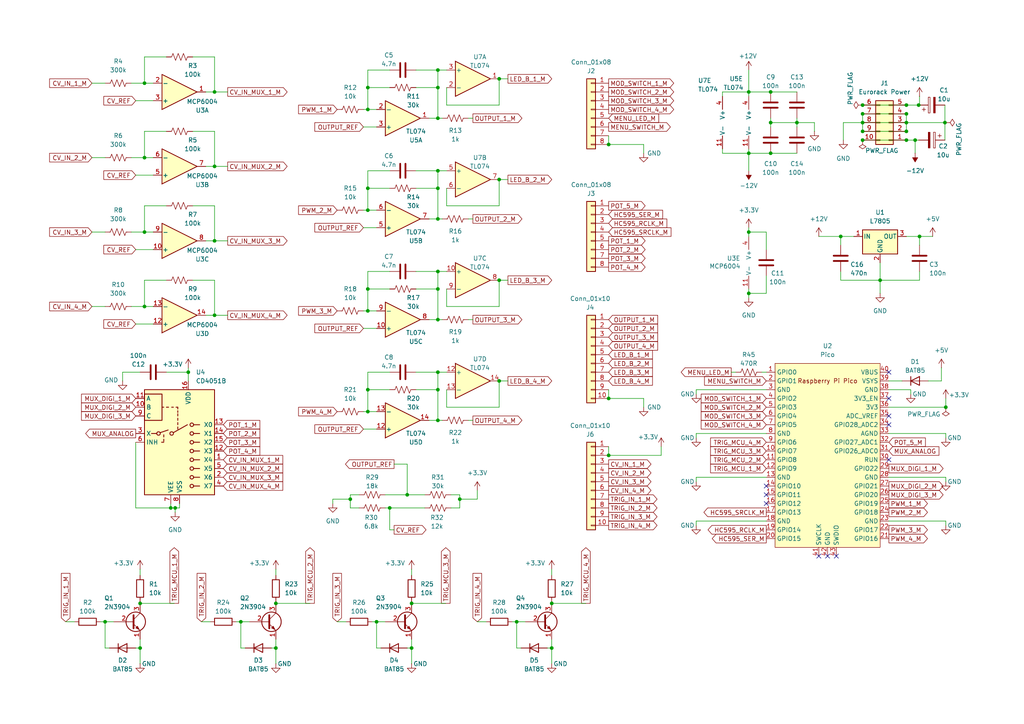
<source format=kicad_sch>
(kicad_sch (version 20231120) (generator "eeschema") (generator_version "8.0")
  (paper "A4")
  (junction (at 266.446 30.48))
  (junction (at 176.53 41.91))
  (junction (at 127 49.53))
  (junction (at 250.19 33.02))
  (junction (at 54.61 107.95))
  (junction (at 119.38 187.96))
  (junction (at 62.23 26.67))
  (junction (at 41.91 24.13))
  (junction (at 127 20.32))
  (junction (at 144.78 81.28))
  (junction (at 41.91 45.72))
  (junction (at 250.19 35.56))
  (junction (at 40.64 175.006))
  (junction (at 30.48 180.34))
  (junction (at 69.85 180.34))
  (junction (at 243.84 68.58))
  (junction (at 127 83.82))
  (junction (at 80.01 175.006))
  (junction (at 40.64 187.96))
  (junction (at 255.27 81.28))
  (junction (at 149.86 180.34))
  (junction (at 127 34.29))
  (junction (at 127 78.74))
  (junction (at 262.89 38.1))
  (junction (at 217.17 26.67))
  (junction (at 50.8 147.32))
  (junction (at 223.52 44.45))
  (junction (at 119.38 175.006))
  (junction (at 144.78 22.86))
  (junction (at 265.43 40.64))
  (junction (at 127 121.92))
  (junction (at 274.32 118.11))
  (junction (at 113.03 147.32))
  (junction (at 80.01 187.96))
  (junction (at 217.17 85.09))
  (junction (at 176.53 115.57))
  (junction (at 106.68 90.17))
  (junction (at 106.68 119.38))
  (junction (at 262.89 35.56))
  (junction (at 133.35 144.78))
  (junction (at 127 63.5))
  (junction (at 127 107.95))
  (junction (at 127 113.03))
  (junction (at 231.14 35.56))
  (junction (at 176.53 132.08))
  (junction (at 266.7 68.58))
  (junction (at 106.68 83.82))
  (junction (at 217.17 44.45))
  (junction (at 223.52 26.67))
  (junction (at 144.78 52.07))
  (junction (at 106.68 60.96))
  (junction (at 101.6 144.78))
  (junction (at 217.17 67.31))
  (junction (at 262.89 33.02))
  (junction (at 262.89 40.64))
  (junction (at 250.19 40.64))
  (junction (at 118.11 143.51))
  (junction (at 62.23 91.44))
  (junction (at 262.89 30.48))
  (junction (at 62.23 48.26))
  (junction (at 106.68 25.4))
  (junction (at 106.68 113.03))
  (junction (at 160.02 187.96))
  (junction (at 250.19 38.1))
  (junction (at 106.68 31.75))
  (junction (at 160.02 175.006))
  (junction (at 127 25.4))
  (junction (at 62.23 69.85))
  (junction (at 49.53 147.32))
  (junction (at 106.68 54.61))
  (junction (at 144.78 110.49))
  (junction (at 109.22 180.34))
  (junction (at 41.91 67.31))
  (junction (at 127 54.61))
  (junction (at 41.91 88.9))
  (junction (at 250.19 30.48))
  (junction (at 274.066 35.56))
  (junction (at 223.52 35.56))
  (junction (at 127 92.71))
  (no_connect (at 257.81 123.19))
  (no_connect (at 240.03 161.29))
  (no_connect (at 237.49 161.29))
  (no_connect (at 257.81 107.95))
  (no_connect (at 222.25 146.05))
  (no_connect (at 257.81 120.65))
  (no_connect (at 257.81 115.57))
  (no_connect (at 257.81 133.35))
  (no_connect (at 222.25 143.51))
  (no_connect (at 222.25 140.97))
  (no_connect (at 242.57 161.29))
  (wire (pts (xy 80.01 175.006) (xy 80.01 175.26)))
  (wire (pts (xy 257.81 118.11) (xy 274.32 118.11)))
  (wire (pts (xy 38.1 24.13) (xy 41.91 24.13)))
  (wire (pts (xy 149.86 180.086) (xy 149.86 180.34)))
  (wire (pts (xy 62.23 91.44) (xy 66.04 91.44)))
  (wire (pts (xy 201.93 125.73) (xy 222.25 125.73)))
  (wire (pts (xy 41.91 67.31) (xy 44.45 67.31)))
  (wire (pts (xy 124.46 92.71) (xy 127 92.71)))
  (wire (pts (xy 176.53 129.54) (xy 176.53 132.08)))
  (wire (pts (xy 217.17 44.45) (xy 223.52 44.45)))
  (wire (pts (xy 274.32 118.11) (xy 274.32 115.57)))
  (wire (pts (xy 129.54 83.82) (xy 129.54 88.9)))
  (wire (pts (xy 201.93 138.43) (xy 222.25 138.43)))
  (wire (pts (xy 29.21 180.34) (xy 30.48 180.34)))
  (wire (pts (xy 119.38 165.1) (xy 119.38 166.878)))
  (wire (pts (xy 160.02 175.006) (xy 160.02 175.26)))
  (wire (pts (xy 255.27 81.28) (xy 266.7 81.28)))
  (wire (pts (xy 52.07 147.32) (xy 52.07 146.05)))
  (wire (pts (xy 40.64 165.1) (xy 40.64 166.878)))
  (wire (pts (xy 96.52 146.05) (xy 96.52 144.78)))
  (wire (pts (xy 62.23 26.67) (xy 59.69 26.67)))
  (wire (pts (xy 274.32 139.7) (xy 274.32 138.43)))
  (wire (pts (xy 274.066 30.48) (xy 274.066 35.56)))
  (wire (pts (xy 133.35 143.51) (xy 133.35 144.78)))
  (wire (pts (xy 41.91 45.72) (xy 41.91 38.1)))
  (wire (pts (xy 223.52 35.56) (xy 231.14 35.56)))
  (wire (pts (xy 158.75 187.96) (xy 160.02 187.96)))
  (wire (pts (xy 58.42 180.34) (xy 60.96 180.34)))
  (wire (pts (xy 62.23 48.26) (xy 59.69 48.26)))
  (wire (pts (xy 120.65 20.32) (xy 127 20.32)))
  (wire (pts (xy 40.64 187.96) (xy 40.64 192.532)))
  (wire (pts (xy 54.61 106.68) (xy 54.61 107.95)))
  (wire (pts (xy 106.68 107.95) (xy 106.68 113.03)))
  (wire (pts (xy 264.16 114.3) (xy 264.16 113.03)))
  (wire (pts (xy 40.64 174.498) (xy 40.64 175.006)))
  (wire (pts (xy 39.37 50.8) (xy 44.45 50.8)))
  (wire (pts (xy 113.03 147.32) (xy 123.19 147.32)))
  (wire (pts (xy 105.41 95.25) (xy 109.22 95.25)))
  (wire (pts (xy 262.89 68.58) (xy 266.7 68.58)))
  (wire (pts (xy 113.03 107.95) (xy 106.68 107.95)))
  (wire (pts (xy 106.68 49.53) (xy 106.68 54.61)))
  (wire (pts (xy 120.65 25.4) (xy 127 25.4)))
  (wire (pts (xy 244.602 40.64) (xy 244.602 35.56)))
  (wire (pts (xy 26.67 88.9) (xy 30.48 88.9)))
  (wire (pts (xy 250.19 35.56) (xy 262.89 35.56)))
  (wire (pts (xy 244.602 35.56) (xy 250.19 35.56)))
  (wire (pts (xy 220.98 107.95) (xy 222.25 107.95)))
  (wire (pts (xy 41.91 88.9) (xy 44.45 88.9)))
  (wire (pts (xy 223.52 44.45) (xy 231.14 44.45)))
  (wire (pts (xy 119.38 175.006) (xy 119.38 175.26)))
  (wire (pts (xy 40.64 175.006) (xy 40.64 175.26)))
  (wire (pts (xy 49.53 146.05) (xy 49.53 147.32)))
  (wire (pts (xy 39.37 72.39) (xy 44.45 72.39)))
  (wire (pts (xy 266.7 68.58) (xy 270.51 68.58)))
  (wire (pts (xy 274.066 35.56) (xy 274.066 40.64)))
  (wire (pts (xy 266.7 27.94) (xy 266.7 30.48)))
  (wire (pts (xy 106.68 113.03) (xy 106.68 119.38)))
  (wire (pts (xy 30.48 180.086) (xy 30.48 180.34)))
  (wire (pts (xy 243.84 68.58) (xy 247.65 68.58)))
  (wire (pts (xy 217.17 67.31) (xy 217.17 68.58)))
  (wire (pts (xy 55.88 16.51) (xy 62.23 16.51)))
  (wire (pts (xy 62.23 38.1) (xy 62.23 48.26)))
  (wire (pts (xy 231.14 35.56) (xy 231.14 36.83)))
  (wire (pts (xy 107.95 180.34) (xy 109.22 180.34)))
  (wire (pts (xy 160.02 187.96) (xy 160.02 192.532)))
  (wire (pts (xy 191.77 129.54) (xy 191.77 132.08)))
  (wire (pts (xy 274.32 152.4) (xy 274.32 151.13)))
  (wire (pts (xy 262.89 35.56) (xy 274.066 35.56)))
  (wire (pts (xy 106.68 25.4) (xy 113.03 25.4)))
  (wire (pts (xy 106.68 60.96) (xy 109.22 60.96)))
  (wire (pts (xy 41.91 24.13) (xy 44.45 24.13)))
  (wire (pts (xy 62.23 59.69) (xy 62.23 69.85)))
  (wire (pts (xy 50.8 147.32) (xy 52.07 147.32)))
  (wire (pts (xy 137.16 121.92) (xy 135.89 121.92)))
  (wire (pts (xy 148.59 180.34) (xy 149.86 180.34)))
  (wire (pts (xy 38.1 88.9) (xy 41.91 88.9)))
  (wire (pts (xy 217.17 49.53) (xy 217.17 44.45)))
  (wire (pts (xy 133.35 144.78) (xy 133.35 147.32)))
  (wire (pts (xy 217.17 26.67) (xy 223.52 26.67)))
  (wire (pts (xy 250.19 30.48) (xy 262.89 30.48)))
  (wire (pts (xy 35.56 110.49) (xy 35.56 107.95)))
  (wire (pts (xy 127 54.61) (xy 127 63.5)))
  (wire (pts (xy 176.53 132.08) (xy 191.77 132.08)))
  (wire (pts (xy 223.52 26.67) (xy 231.14 26.67)))
  (wire (pts (xy 222.25 72.39) (xy 222.25 67.31)))
  (wire (pts (xy 186.69 41.91) (xy 176.53 41.91)))
  (wire (pts (xy 26.67 24.13) (xy 30.48 24.13)))
  (wire (pts (xy 89.916 175.006) (xy 80.01 175.006)))
  (wire (pts (xy 105.41 90.17) (xy 106.68 90.17)))
  (wire (pts (xy 62.23 69.85) (xy 59.69 69.85)))
  (wire (pts (xy 106.68 78.74) (xy 106.68 83.82)))
  (wire (pts (xy 104.14 147.32) (xy 101.6 147.32)))
  (wire (pts (xy 119.38 185.42) (xy 119.38 187.96)))
  (wire (pts (xy 262.89 30.48) (xy 266.446 30.48)))
  (wire (pts (xy 129.54 118.11) (xy 144.78 118.11)))
  (wire (pts (xy 262.89 35.56) (xy 262.89 33.02)))
  (wire (pts (xy 222.25 67.31) (xy 217.17 67.31)))
  (wire (pts (xy 62.23 16.51) (xy 62.23 26.67)))
  (wire (pts (xy 119.38 187.96) (xy 119.38 192.532)))
  (wire (pts (xy 114.3 153.67) (xy 113.03 153.67)))
  (wire (pts (xy 127 49.53) (xy 127 54.61)))
  (wire (pts (xy 160.02 165.1) (xy 160.02 166.878)))
  (wire (pts (xy 133.35 147.32) (xy 130.81 147.32)))
  (wire (pts (xy 41.91 88.9) (xy 41.91 81.28)))
  (wire (pts (xy 40.64 185.42) (xy 40.64 187.96)))
  (wire (pts (xy 129.54 88.9) (xy 144.78 88.9)))
  (wire (pts (xy 231.14 34.29) (xy 231.14 35.56)))
  (wire (pts (xy 266.446 40.64) (xy 265.43 40.64)))
  (wire (pts (xy 127 121.92) (xy 128.27 121.92)))
  (wire (pts (xy 144.78 30.48) (xy 144.78 22.86)))
  (wire (pts (xy 186.69 118.11) (xy 186.69 115.57)))
  (wire (pts (xy 39.37 29.21) (xy 44.45 29.21)))
  (wire (pts (xy 114.3 134.62) (xy 118.11 134.62)))
  (wire (pts (xy 255.27 81.28) (xy 255.27 85.09)))
  (wire (pts (xy 127 34.29) (xy 128.27 34.29)))
  (wire (pts (xy 106.68 113.03) (xy 113.03 113.03)))
  (wire (pts (xy 243.84 81.28) (xy 255.27 81.28)))
  (wire (pts (xy 50.8 148.59) (xy 50.8 147.32)))
  (wire (pts (xy 54.61 107.95) (xy 54.61 110.49)))
  (wire (pts (xy 105.41 124.46) (xy 109.22 124.46)))
  (wire (pts (xy 176.53 41.91) (xy 176.53 39.37)))
  (wire (pts (xy 149.86 187.96) (xy 151.13 187.96)))
  (wire (pts (xy 109.22 187.96) (xy 110.49 187.96)))
  (wire (pts (xy 111.76 143.51) (xy 118.11 143.51)))
  (wire (pts (xy 127 78.74) (xy 127 83.82)))
  (wire (pts (xy 266.7 78.74) (xy 266.7 81.28)))
  (wire (pts (xy 186.69 115.57) (xy 176.53 115.57)))
  (wire (pts (xy 127 107.95) (xy 129.54 107.95)))
  (wire (pts (xy 236.22 38.1) (xy 236.22 35.56)))
  (wire (pts (xy 80.01 165.1) (xy 80.01 166.878)))
  (wire (pts (xy 266.7 30.48) (xy 266.446 30.48)))
  (wire (pts (xy 120.65 78.74) (xy 127 78.74)))
  (wire (pts (xy 120.65 49.53) (xy 127 49.53)))
  (wire (pts (xy 261.62 110.49) (xy 257.81 110.49)))
  (wire (pts (xy 41.91 67.31) (xy 41.91 59.69)))
  (wire (pts (xy 38.1 67.31) (xy 41.91 67.31)))
  (wire (pts (xy 129.54 54.61) (xy 129.54 59.69)))
  (wire (pts (xy 62.23 48.26) (xy 66.04 48.26)))
  (wire (pts (xy 106.68 31.75) (xy 109.22 31.75)))
  (wire (pts (xy 26.67 45.72) (xy 30.48 45.72)))
  (wire (pts (xy 113.03 49.53) (xy 106.68 49.53)))
  (wire (pts (xy 109.22 180.34) (xy 111.76 180.34)))
  (wire (pts (xy 106.68 90.17) (xy 109.22 90.17)))
  (wire (pts (xy 106.68 25.4) (xy 106.68 31.75)))
  (wire (pts (xy 124.46 34.29) (xy 127 34.29)))
  (wire (pts (xy 223.52 35.56) (xy 223.52 36.83)))
  (wire (pts (xy 69.85 180.34) (xy 72.39 180.34)))
  (wire (pts (xy 113.03 20.32) (xy 106.68 20.32)))
  (wire (pts (xy 39.37 128.27) (xy 39.37 147.32)))
  (wire (pts (xy 127 20.32) (xy 127 25.4)))
  (wire (pts (xy 106.68 54.61) (xy 106.68 60.96)))
  (wire (pts (xy 41.91 24.13) (xy 41.91 16.51)))
  (wire (pts (xy 41.91 45.72) (xy 44.45 45.72)))
  (wire (pts (xy 176.53 115.57) (xy 176.53 113.03)))
  (wire (pts (xy 39.37 93.98) (xy 44.45 93.98)))
  (wire (pts (xy 201.93 139.7) (xy 201.93 138.43)))
  (wire (pts (xy 41.91 81.28) (xy 48.26 81.28)))
  (wire (pts (xy 262.89 38.1) (xy 262.89 35.56)))
  (wire (pts (xy 217.17 86.36) (xy 217.17 85.09)))
  (wire (pts (xy 265.43 40.64) (xy 265.43 44.45)))
  (wire (pts (xy 201.93 151.13) (xy 222.25 151.13)))
  (wire (pts (xy 118.11 187.96) (xy 119.38 187.96)))
  (wire (pts (xy 274.32 125.73) (xy 257.81 125.73)))
  (wire (pts (xy 127 49.53) (xy 129.54 49.53)))
  (wire (pts (xy 105.41 36.83) (xy 109.22 36.83)))
  (wire (pts (xy 222.25 85.09) (xy 217.17 85.09)))
  (wire (pts (xy 127 78.74) (xy 129.54 78.74)))
  (wire (pts (xy 250.19 33.02) (xy 250.19 35.56)))
  (wire (pts (xy 149.86 180.34) (xy 152.4 180.34)))
  (wire (pts (xy 217.17 85.09) (xy 217.17 83.82)))
  (wire (pts (xy 144.78 22.86) (xy 147.32 22.86)))
  (wire (pts (xy 62.23 81.28) (xy 62.23 91.44)))
  (wire (pts (xy 217.17 20.32) (xy 217.17 26.67)))
  (wire (pts (xy 274.32 127) (xy 274.32 125.73)))
  (wire (pts (xy 209.55 26.67) (xy 217.17 26.67)))
  (wire (pts (xy 160.02 174.498) (xy 160.02 175.006)))
  (wire (pts (xy 41.91 59.69) (xy 48.26 59.69)))
  (wire (pts (xy 250.19 35.56) (xy 250.19 38.1)))
  (wire (pts (xy 222.25 80.01) (xy 222.25 85.09)))
  (wire (pts (xy 209.55 43.18) (xy 209.55 44.45)))
  (wire (pts (xy 78.74 187.96) (xy 80.01 187.96)))
  (wire (pts (xy 26.67 67.31) (xy 30.48 67.31)))
  (wire (pts (xy 129.54 30.48) (xy 144.78 30.48)))
  (wire (pts (xy 105.41 31.75) (xy 106.68 31.75)))
  (wire (pts (xy 41.91 38.1) (xy 48.26 38.1)))
  (wire (pts (xy 55.88 59.69) (xy 62.23 59.69)))
  (wire (pts (xy 201.93 114.3) (xy 201.93 113.03)))
  (wire (pts (xy 30.48 187.96) (xy 31.75 187.96)))
  (wire (pts (xy 231.14 35.56) (xy 236.22 35.56)))
  (wire (pts (xy 48.26 107.95) (xy 54.61 107.95)))
  (wire (pts (xy 35.56 107.95) (xy 40.64 107.95)))
  (wire (pts (xy 137.16 92.71) (xy 135.89 92.71)))
  (wire (pts (xy 39.37 147.32) (xy 49.53 147.32)))
  (wire (pts (xy 217.17 66.04) (xy 217.17 67.31)))
  (wire (pts (xy 106.68 83.82) (xy 106.68 90.17)))
  (wire (pts (xy 105.41 66.04) (xy 109.22 66.04)))
  (wire (pts (xy 55.88 38.1) (xy 62.23 38.1)))
  (wire (pts (xy 160.02 185.42) (xy 160.02 187.96)))
  (wire (pts (xy 127 113.03) (xy 127 121.92)))
  (wire (pts (xy 201.93 152.4) (xy 201.93 151.13)))
  (wire (pts (xy 250.19 38.1) (xy 262.89 38.1)))
  (wire (pts (xy 39.37 187.96) (xy 40.64 187.96)))
  (wire (pts (xy 62.23 91.44) (xy 59.69 91.44)))
  (wire (pts (xy 109.22 180.086) (xy 109.22 180.34)))
  (wire (pts (xy 273.05 110.49) (xy 273.05 106.68)))
  (wire (pts (xy 69.85 180.34) (xy 69.85 187.96)))
  (wire (pts (xy 101.6 144.78) (xy 101.6 143.51)))
  (wire (pts (xy 127 83.82) (xy 127 92.71)))
  (wire (pts (xy 106.68 54.61) (xy 113.03 54.61)))
  (wire (pts (xy 120.65 113.03) (xy 127 113.03)))
  (wire (pts (xy 137.16 63.5) (xy 135.89 63.5)))
  (wire (pts (xy 144.78 81.28) (xy 147.32 81.28)))
  (wire (pts (xy 120.65 107.95) (xy 127 107.95)))
  (wire (pts (xy 223.52 34.29) (xy 223.52 35.56)))
  (wire (pts (xy 19.05 180.34) (xy 21.59 180.34)))
  (wire (pts (xy 129.54 113.03) (xy 129.54 118.11)))
  (wire (pts (xy 127 25.4) (xy 127 34.29)))
  (wire (pts (xy 209.55 27.94) (xy 209.55 26.67)))
  (wire (pts (xy 68.58 180.34) (xy 69.85 180.34)))
  (wire (pts (xy 101.6 147.32) (xy 101.6 144.78)))
  (wire (pts (xy 96.52 144.78) (xy 101.6 144.78)))
  (wire (pts (xy 62.23 26.67) (xy 66.04 26.67)))
  (wire (pts (xy 264.16 113.03) (xy 257.81 113.03)))
  (wire (pts (xy 30.48 180.34) (xy 33.02 180.34)))
  (wire (pts (xy 120.65 54.61) (xy 127 54.61)))
  (wire (pts (xy 62.23 69.85) (xy 66.04 69.85)))
  (wire (pts (xy 80.01 174.498) (xy 80.01 175.006)))
  (wire (pts (xy 274.32 138.43) (xy 257.81 138.43)))
  (wire (pts (xy 111.76 147.32) (xy 113.03 147.32)))
  (wire (pts (xy 129.54 59.69) (xy 144.78 59.69)))
  (wire (pts (xy 38.1 45.72) (xy 41.91 45.72)))
  (wire (pts (xy 237.49 68.58) (xy 243.84 68.58)))
  (wire (pts (xy 149.86 180.34) (xy 149.86 187.96)))
  (wire (pts (xy 269.24 110.49) (xy 273.05 110.49)))
  (wire (pts (xy 144.78 52.07) (xy 147.32 52.07)))
  (wire (pts (xy 138.43 142.24) (xy 138.43 144.78)))
  (wire (pts (xy 138.43 180.34) (xy 140.97 180.34)))
  (wire (pts (xy 144.78 110.49) (xy 147.32 110.49)))
  (wire (pts (xy 109.22 180.34) (xy 109.22 187.96)))
  (wire (pts (xy 69.85 187.96) (xy 71.12 187.96)))
  (wire (pts (xy 119.38 174.498) (xy 119.38 175.006)))
  (wire (pts (xy 201.93 113.03) (xy 222.25 113.03)))
  (wire (pts (xy 274.32 35.56) (xy 274.066 35.56)))
  (wire (pts (xy 130.81 143.51) (xy 133.35 143.51)))
  (wire (pts (xy 41.91 16.51) (xy 48.26 16.51)))
  (wire (pts (xy 213.36 107.95) (xy 212.09 107.95)))
  (wire (pts (xy 274.32 151.13) (xy 257.81 151.13)))
  (wire (pts (xy 106.68 119.38) (xy 109.22 119.38)))
  (wire (pts (xy 144.78 59.69) (xy 144.78 52.07)))
  (wire (pts (xy 243.84 78.74) (xy 243.84 81.28)))
  (wire (pts (xy 144.78 118.11) (xy 144.78 110.49)))
  (wire (pts (xy 106.68 83.82) (xy 113.03 83.82)))
  (wire (pts (xy 129.286 175.006) (xy 119.38 175.006)))
  (wire (pts (xy 186.69 44.45) (xy 186.69 41.91)))
  (wire (pts (xy 127 20.32) (xy 129.54 20.32)))
  (wire (pts (xy 243.84 68.58) (xy 243.84 71.12)))
  (wire (pts (xy 217.17 26.67) (xy 217.17 27.94)))
  (wire (pts (xy 137.16 34.29) (xy 135.89 34.29)))
  (wire (pts (xy 101.6 143.51) (xy 104.14 143.51)))
  (wire (pts (xy 50.546 175.006) (xy 40.64 175.006)))
  (wire (pts (xy 49.53 147.32) (xy 50.8 147.32)))
  (wire (pts (xy 217.17 44.45) (xy 217.17 43.18)))
  (wire (pts (xy 69.85 180.086) (xy 69.85 180.34)))
  (wire (pts (xy 118.11 143.51) (xy 123.19 143.51)))
  (wire (pts (xy 30.48 180.34) (xy 30.48 187.96)))
  (wire (pts (xy 113.03 153.67) (xy 113.03 147.32)))
  (wire (pts (xy 266.7 68.58) (xy 266.7 71.12)))
  (wire (pts (xy 105.41 60.96) (xy 106.68 60.96)))
  (wire (pts (xy 262.89 40.64) (xy 265.43 40.64)))
  (wire (pts (xy 97.79 180.34) (xy 100.33 180.34)))
  (wire (pts (xy 80.01 187.96) (xy 80.01 192.532)))
  (wire (pts (xy 138.43 144.78) (xy 133.35 144.78)))
  (wire (pts (xy 80.01 185.42) (xy 80.01 187.96)))
  (wire (pts (xy 127 63.5) (xy 128.27 63.5)))
  (wire (pts (xy 118.11 134.62) (xy 118.11 143.51)))
  (wire (pts (xy 55.88 81.28) (xy 62.23 81.28)))
  (wire (pts (xy 129.54 25.4) (xy 129.54 30.48)))
  (wire (pts (xy 201.93 127) (xy 201.93 125.73)))
  (wire (pts (xy 255.27 81.28) (xy 255.27 76.2)))
  (wire (pts (xy 124.46 121.92) (xy 127 121.92)))
  (wire (pts (xy 124.46 63.5) (xy 127 63.5)))
  (wire (pts (xy 250.19 33.02) (xy 262.89 33.02)))
  (wire (pts (xy 106.68 20.32) (xy 106.68 25.4)))
  (wire (pts (xy 250.19 40.64) (xy 262.89 40.64)))
  (wire (pts (xy 127 107.95) (xy 127 113.03)))
  (wire (pts (xy 169.926 175.006) (xy 160.02 175.006)))
  (wire (pts (xy 127 92.71) (xy 128.27 92.71)))
  (wire (pts (xy 120.65 83.82) (xy 127 83.82)))
  (wire (pts (xy 209.55 44.45) (xy 217.17 44.45)))
  (wire (pts (xy 105.41 119.38) (xy 106.68 119.38)))
  (wire (pts (xy 113.03 78.74) (xy 106.68 78.74)))
  (wire (pts (xy 144.78 88.9) (xy 144.78 81.28)))
  (global_label "POT_1_M" (shape input) (at 64.77 123.19 0) (property "Intersheetrefs" "${INTERSHEET_REFS}" (effects (hide yes))))
  (global_label "MUX_ANALOG" (shape output) (at 39.37 125.73 180) (property "Intersheetrefs" "${INTERSHEET_REFS}" (effects (hide yes))))
  (global_label "MENU_SWITCH_M" (shape input) (at 222.25 110.49 180) (property "Intersheetrefs" "${INTERSHEET_REFS}" (effects (hide yes))))
  (global_label "OUTPUT_3_M" (shape input) (at 176.53 97.79 0) (property "Intersheetrefs" "${INTERSHEET_REFS}" (effects (hide yes))))
  (global_label "PWM_2_M" (shape input) (at 97.79 60.96 180) (property "Intersheetrefs" "${INTERSHEET_REFS}" (effects (hide yes))))
  (global_label "MUX_DIGI_3_M" (shape output) (at 257.81 143.51 0) (property "Intersheetrefs" "${INTERSHEET_REFS}" (effects (hide yes))))
  (global_label "PWM_3_M" (shape input) (at 97.79 90.17 180) (property "Intersheetrefs" "${INTERSHEET_REFS}" (effects (hide yes))))
  (global_label "HC595_SER_M" (shape output) (at 222.25 156.21 180) (property "Intersheetrefs" "${INTERSHEET_REFS}" (effects (hide yes))))
  (global_label "HC595_RCLK_M" (shape output) (at 222.25 153.67 180) (property "Intersheetrefs" "${INTERSHEET_REFS}" (effects (hide yes))))
  (global_label "CV_REF" (shape input) (at 39.37 29.21 180) (property "Intersheetrefs" "${INTERSHEET_REFS}" (effects (hide yes))))
  (global_label "PWM_1_M" (shape output) (at 257.81 146.05 0) (property "Intersheetrefs" "${INTERSHEET_REFS}" (effects (hide yes))))
  (global_label "CV_REF" (shape input) (at 39.37 50.8 180) (property "Intersheetrefs" "${INTERSHEET_REFS}" (effects (hide yes))))
  (global_label "TRIG_IN_3_M" (shape output) (at 176.53 149.86 0) (property "Intersheetrefs" "${INTERSHEET_REFS}" (effects (hide yes))))
  (global_label "CV_IN_MUX_1_M" (shape input) (at 64.77 133.35 0) (property "Intersheetrefs" "${INTERSHEET_REFS}" (effects (hide yes))))
  (global_label "POT_1_M" (shape output) (at 176.53 69.85 0) (property "Intersheetrefs" "${INTERSHEET_REFS}" (effects (hide yes))))
  (global_label "MUX_DIGI_3_M" (shape input) (at 39.37 120.65 180) (property "Intersheetrefs" "${INTERSHEET_REFS}" (effects (hide yes))))
  (global_label "MENU_LED_M" (shape output) (at 212.09 107.95 180) (property "Intersheetrefs" "${INTERSHEET_REFS}" (effects (hide yes))))
  (global_label "OUTPUT_REF" (shape output) (at 114.3 134.62 180) (property "Intersheetrefs" "${INTERSHEET_REFS}" (effects (hide yes))))
  (global_label "MUX_DIGI_2_M" (shape input) (at 39.37 118.11 180) (property "Intersheetrefs" "${INTERSHEET_REFS}" (effects (hide yes))))
  (global_label "OUTPUT_2_M" (shape output) (at 137.16 63.5 0) (property "Intersheetrefs" "${INTERSHEET_REFS}" (effects (hide yes))))
  (global_label "PWM_4_M" (shape input) (at 97.79 119.38 180) (property "Intersheetrefs" "${INTERSHEET_REFS}" (effects (hide yes))))
  (global_label "TRIG_IN_1_M" (shape input) (at 19.05 180.34 90) (property "Intersheetrefs" "${INTERSHEET_REFS}" (effects (hide yes))))
  (global_label "MOD_SWITCH_4_M" (shape output) (at 176.53 31.75 0) (property "Intersheetrefs" "${INTERSHEET_REFS}" (effects (hide yes))))
  (global_label "LED_B_1_M" (shape input) (at 176.53 102.87 0) (property "Intersheetrefs" "${INTERSHEET_REFS}" (effects (hide yes))))
  (global_label "CV_IN_2_M" (shape output) (at 176.53 137.16 0) (property "Intersheetrefs" "${INTERSHEET_REFS}" (effects (hide yes))))
  (global_label "TRIG_IN_3_M" (shape input) (at 97.79 180.34 90) (property "Intersheetrefs" "${INTERSHEET_REFS}" (effects (hide yes))))
  (global_label "POT_4_M" (shape output) (at 176.53 77.47 0) (property "Intersheetrefs" "${INTERSHEET_REFS}" (effects (hide yes))))
  (global_label "PWM_4_M" (shape output) (at 257.81 156.21 0) (property "Intersheetrefs" "${INTERSHEET_REFS}" (effects (hide yes))))
  (global_label "TRIG_IN_2_M" (shape input) (at 58.42 180.34 90) (property "Intersheetrefs" "${INTERSHEET_REFS}" (effects (hide yes))))
  (global_label "CV_REF" (shape input) (at 39.37 72.39 180) (property "Intersheetrefs" "${INTERSHEET_REFS}" (effects (hide yes))))
  (global_label "MOD_SWITCH_1_M" (shape output) (at 176.53 24.13 0) (property "Intersheetrefs" "${INTERSHEET_REFS}" (effects (hide yes))))
  (global_label "OUTPUT_REF" (shape input) (at 105.41 124.46 180) (property "Intersheetrefs" "${INTERSHEET_REFS}" (effects (hide yes))))
  (global_label "LED_B_3_M" (shape input) (at 176.53 107.95 0) (property "Intersheetrefs" "${INTERSHEET_REFS}" (effects (hide yes))))
  (global_label "OUTPUT_REF" (shape input) (at 105.41 36.83 180) (property "Intersheetrefs" "${INTERSHEET_REFS}" (effects (hide yes))))
  (global_label "MOD_SWITCH_4_M" (shape input) (at 222.25 123.19 180) (property "Intersheetrefs" "${INTERSHEET_REFS}" (effects (hide yes))))
  (global_label "TRIG_IN_4_M" (shape output) (at 176.53 152.4 0) (property "Intersheetrefs" "${INTERSHEET_REFS}" (effects (hide yes))))
  (global_label "OUTPUT_3_M" (shape output) (at 137.16 92.71 0) (property "Intersheetrefs" "${INTERSHEET_REFS}" (effects (hide yes))))
  (global_label "OUTPUT_4_M" (shape output) (at 137.16 121.92 0) (property "Intersheetrefs" "${INTERSHEET_REFS}" (effects (hide yes))))
  (global_label "TRIG_MCU_1_M" (shape output) (at 50.546 175.006 90) (property "Intersheetrefs" "${INTERSHEET_REFS}" (effects (hide yes))))
  (global_label "MENU_LED_M" (shape input) (at 176.53 34.29 0) (property "Intersheetrefs" "${INTERSHEET_REFS}" (effects (hide yes))))
  (global_label "OUTPUT_REF" (shape input) (at 105.41 95.25 180) (property "Intersheetrefs" "${INTERSHEET_REFS}" (effects (hide yes))))
  (global_label "POT_4_M" (shape input) (at 64.77 130.81 0) (property "Intersheetrefs" "${INTERSHEET_REFS}" (effects (hide yes))))
  (global_label "CV_IN_3_M" (shape output) (at 176.53 139.7 0) (property "Intersheetrefs" "${INTERSHEET_REFS}" (effects (hide yes))))
  (global_label "MOD_SWITCH_3_M" (shape input) (at 222.25 120.65 180) (property "Intersheetrefs" "${INTERSHEET_REFS}" (effects (hide yes))))
  (global_label "MUX_DIGI_1_M" (shape input) (at 39.37 115.57 180) (property "Intersheetrefs" "${INTERSHEET_REFS}" (effects (hide yes))))
  (global_label "MOD_SWITCH_3_M" (shape output) (at 176.53 29.21 0) (property "Intersheetrefs" "${INTERSHEET_REFS}" (effects (hide yes))))
  (global_label "CV_IN_MUX_2_M" (shape input) (at 64.77 135.89 0) (property "Intersheetrefs" "${INTERSHEET_REFS}" (effects (hide yes))))
  (global_label "CV_IN_3_M" (shape input) (at 26.67 67.31 180) (property "Intersheetrefs" "${INTERSHEET_REFS}" (effects (hide yes))))
  (global_label "TRIG_IN_1_M" (shape output) (at 176.53 144.78 0) (property "Intersheetrefs" "${INTERSHEET_REFS}" (effects (hide yes))))
  (global_label "MUX_DIGI_1_M" (shape output) (at 257.81 135.89 0) (property "Intersheetrefs" "${INTERSHEET_REFS}" (effects (hide yes))))
  (global_label "OUTPUT_1_M" (shape input) (at 176.53 92.71 0) (property "Intersheetrefs" "${INTERSHEET_REFS}" (effects (hide yes))))
  (global_label "CV_REF" (shape output) (at 114.3 153.67 0) (property "Intersheetrefs" "${INTERSHEET_REFS}" (effects (hide yes))))
  (global_label "LED_B_4_M" (shape output) (at 147.32 110.49 0) (property "Intersheetrefs" "${INTERSHEET_REFS}" (effects (hide yes))))
  (global_label "CV_REF" (shape input) (at 39.37 93.98 180) (property "Intersheetrefs" "${INTERSHEET_REFS}" (effects (hide yes))))
  (global_label "TRIG_MCU_4_M" (shape input) (at 222.25 128.27 180) (property "Intersheetrefs" "${INTERSHEET_REFS}" (effects (hide yes))))
  (global_label "TRIG_MCU_3_M" (shape output) (at 129.286 175.006 90) (property "Intersheetrefs" "${INTERSHEET_REFS}" (effects (hide yes))))
  (global_label "CV_IN_4_M" (shape output) (at 176.53 142.24 0) (property "Intersheetrefs" "${INTERSHEET_REFS}" (effects (hide yes))))
  (global_label "MUX_ANALOG" (shape input) (at 257.81 130.81 0) (property "Intersheetrefs" "${INTERSHEET_REFS}" (effects (hide yes))))
  (global_label "OUTPUT_REF" (shape input) (at 105.41 66.04 180) (property "Intersheetrefs" "${INTERSHEET_REFS}" (effects (hide yes))))
  (global_label "PWM_1_M" (shape input) (at 97.79 31.75 180) (property "Intersheetrefs" "${INTERSHEET_REFS}" (effects (hide yes))))
  (global_label "CV_IN_MUX_3_M" (shape input) (at 64.77 138.43 0) (property "Intersheetrefs" "${INTERSHEET_REFS}" (effects (hide yes))))
  (global_label "PWM_2_M" (shape output) (at 257.81 148.59 0) (property "Intersheetrefs" "${INTERSHEET_REFS}" (effects (hide yes))))
  (global_label "OUTPUT_2_M" (shape input) (at 176.53 95.25 0) (property "Intersheetrefs" "${INTERSHEET_REFS}" (effects (hide yes))))
  (global_label "LED_B_3_M" (shape output) (at 147.32 81.28 0) (property "Intersheetrefs" "${INTERSHEET_REFS}" (effects (hide yes))))
  (global_label "HC595_SER_M" (shape input) (at 176.53 62.23 0) (property "Intersheetrefs" "${INTERSHEET_REFS}" (effects (hide yes))))
  (global_label "LED_B_2_M" (shape output) (at 147.32 52.07 0) (property "Intersheetrefs" "${INTERSHEET_REFS}" (effects (hide yes))))
  (global_label "POT_3_M" (shape input) (at 64.77 128.27 0) (property "Intersheetrefs" "${INTERSHEET_REFS}" (effects (hide yes))))
  (global_label "TRIG_MCU_3_M" (shape input) (at 222.25 130.81 180) (property "Intersheetrefs" "${INTERSHEET_REFS}" (effects (hide yes))))
  (global_label "LED_B_2_M" (shape input) (at 176.53 105.41 0) (property "Intersheetrefs" "${INTERSHEET_REFS}" (effects (hide yes))))
  (global_label "MENU_SWITCH_M" (shape output) (at 176.53 36.83 0) (property "Intersheetrefs" "${INTERSHEET_REFS}" (effects (hide yes))))
  (global_label "CV_IN_MUX_3_M" (shape output) (at 66.04 69.85 0) (property "Intersheetrefs" "${INTERSHEET_REFS}" (effects (hide yes))))
  (global_label "CV_IN_MUX_2_M" (shape output) (at 66.04 48.26 0) (property "Intersheetrefs" "${INTERSHEET_REFS}" (effects (hide yes))))
  (global_label "CV_IN_1_M" (shape output) (at 176.53 134.62 0) (property "Intersheetrefs" "${INTERSHEET_REFS}" (effects (hide yes))))
  (global_label "MOD_SWITCH_1_M" (shape input) (at 222.25 115.57 180) (property "Intersheetrefs" "${INTERSHEET_REFS}" (effects (hide yes))))
  (global_label "HC595_RCLK_M" (shape input) (at 176.53 64.77 0) (property "Intersheetrefs" "${INTERSHEET_REFS}" (effects (hide yes))))
  (global_label "LED_B_4_M" (shape input) (at 176.53 110.49 0) (property "Intersheetrefs" "${INTERSHEET_REFS}" (effects (hide yes))))
  (global_label "PWM_3_M" (shape output) (at 257.81 153.67 0) (property "Intersheetrefs" "${INTERSHEET_REFS}" (effects (hide yes))))
  (global_label "POT_2_M" (shape input) (at 64.77 125.73 0) (property "Intersheetrefs" "${INTERSHEET_REFS}" (effects (hide yes))))
  (global_label "POT_3_M" (shape output) (at 176.53 74.93 0) (property "Intersheetrefs" "${INTERSHEET_REFS}" (effects (hide yes))))
  (global_label "LED_B_1_M" (shape output) (at 147.32 22.86 0) (property "Intersheetrefs" "${INTERSHEET_REFS}" (effects (hide yes))))
  (global_label "TRIG_MCU_1_M" (shape input) (at 222.25 135.89 180) (property "Intersheetrefs" "${INTERSHEET_REFS}" (effects (hide yes))))
  (global_label "MOD_SWITCH_2_M" (shape output) (at 176.53 26.67 0) (property "Intersheetrefs" "${INTERSHEET_REFS}" (effects (hide yes))))
  (global_label "POT_2_M" (shape output) (at 176.53 72.39 0) (property "Intersheetrefs" "${INTERSHEET_REFS}" (effects (hide yes))))
  (global_label "TRIG_IN_2_M" (shape output) (at 176.53 147.32 0) (property "Intersheetrefs" "${INTERSHEET_REFS}" (effects (hide yes))))
  (global_label "POT_5_M" (shape output) (at 176.53 59.69 0) (property "Intersheetrefs" "${INTERSHEET_REFS}" (effects (hide yes))))
  (global_label "MUX_DIGI_2_M" (shape output) (at 257.81 140.97 0) (property "Intersheetrefs" "${INTERSHEET_REFS}" (effects (hide yes))))
  (global_label "CV_IN_MUX_4_M" (shape input) (at 64.77 140.97 0) (property "Intersheetrefs" "${INTERSHEET_REFS}" (effects (hide yes))))
  (global_label "TRIG_MCU_2_M" (shape input) (at 222.25 133.35 180) (property "Intersheetrefs" "${INTERSHEET_REFS}" (effects (hide yes))))
  (global_label "HC595_SRCLK_M" (shape output) (at 222.25 148.59 180) (property "Intersheetrefs" "${INTERSHEET_REFS}" (effects (hide yes))))
  (global_label "OUTPUT_4_M" (shape input) (at 176.53 100.33 0) (property "Intersheetrefs" "${INTERSHEET_REFS}" (effects (hide yes))))
  (global_label "CV_IN_MUX_1_M" (shape output) (at 66.04 26.67 0) (property "Intersheetrefs" "${INTERSHEET_REFS}" (effects (hide yes))))
  (global_label "HC595_SRCLK_M" (shape input) (at 176.53 67.31 0) (property "Intersheetrefs" "${INTERSHEET_REFS}" (effects (hide yes))))
  (global_label "TRIG_MCU_4_M" (shape output) (at 169.926 175.006 90) (property "Intersheetrefs" "${INTERSHEET_REFS}" (effects (hide yes))))
  (global_label "TRIG_MCU_2_M" (shape output) (at 89.916 175.006 90) (property "Intersheetrefs" "${INTERSHEET_REFS}" (effects (hide yes))))
  (global_label "MOD_SWITCH_2_M" (shape input) (at 222.25 118.11 180) (property "Intersheetrefs" "${INTERSHEET_REFS}" (effects (hide yes))))
  (global_label "POT_5_M" (shape input) (at 257.81 128.27 0) (property "Intersheetrefs" "${INTERSHEET_REFS}" (effects (hide yes))))
  (global_label "CV_IN_4_M" (shape input) (at 26.67 88.9 180) (property "Intersheetrefs" "${INTERSHEET_REFS}" (effects (hide yes))))
  (global_label "CV_IN_MUX_4_M" (shape output) (at 66.04 91.44 0) (property "Intersheetrefs" "${INTERSHEET_REFS}" (effects (hide yes))))
  (global_label "CV_IN_1_M" (shape input) (at 26.67 24.13 180) (property "Intersheetrefs" "${INTERSHEET_REFS}" (effects (hide yes))))
  (global_label "TRIG_IN_4_M" (shape input) (at 138.43 180.34 90) (property "Intersheetrefs" "${INTERSHEET_REFS}" (effects (hide yes))))
  (global_label "CV_IN_2_M" (shape input) (at 26.67 45.72 180) (property "Intersheetrefs" "${INTERSHEET_REFS}" (effects (hide yes))))
  (global_label "OUTPUT_1_M" (shape output) (at 137.16 34.29 0) (property "Intersheetrefs" "${INTERSHEET_REFS}" (effects (hide yes))))
  (symbol (lib_name "GND_1") (lib_id "power:GND") (at 201.93 127 0) (mirror y) (unit 1)
    (property "Reference" "#PWR010" (effects (hide yes)))
    (property "Value" "GND" (at 199.39 127 0))
    (property "Description" "Power symbol creates a global label with name \"GND\" , ground" (effects (hide yes)))
  )
  (symbol (lib_id "Device:R") (at 144.78 180.34 90) (unit 1)
    (property "Reference" "R28" (at 144.78 174.752 90))
    (property "Value" "100k" (at 144.78 177.292 90))
    (property "Footprint" "Resistor_THT:R_Axial_DIN0207_L6.3mm_D2.5mm_P7.62mm_Horizontal" (effects (hide yes)))
  )
  (symbol (lib_id "Device:R_US") (at 52.07 81.28 90) (unit 1)
    (property "Reference" "R9" (at 55.88 83.82 90))
    (property "Value" "100k" (at 55.88 86.36 90))
    (property "Footprint" "Resistor_THT:R_Axial_DIN0207_L6.3mm_D2.5mm_P7.62mm_Horizontal" (effects (hide yes)))
    (property "Description" "Resistor, US symbol" (effects (hide yes)))
  )
  (symbol (lib_name "PWR_FLAG_3") (lib_id "power:PWR_FLAG") (at 250.19 30.48 90) (unit 1)
    (property "Reference" "#FLG01" (effects (hide yes)))
    (property "Value" "PWR_FLAG" (at 246.634 30.48 0) (effects (justify left)))
    (property "Description" "Special symbol for telling ERC where power comes from" (effects (hide yes)))
  )
  (symbol (lib_id "Connector_Generic:Conn_01x10") (at 171.45 139.7 0) (mirror y) (unit 1)
    (property "Reference" "J6" (at 171.196 125.984 0))
    (property "Value" "Conn_01x10" (at 171.196 123.444 0))
    (property "Footprint" "Connector_PinSocket_2.54mm:PinSocket_1x10_P2.54mm_Vertical" (effects (hide yes)))
    (property "Description" "Generic connector, single row, 01x10, script generated (kicad-library-utils/schlib/autogen/connector/)" (effects (hide yes)))
  )
  (symbol (lib_id "Device:C_Polarized") (at 270.256 40.64 270) (unit 1)
    (property "Reference" "C2" (at 273.558 42.418 90))
    (property "Value" "10u" (at 273.558 44.958 90))
    (property "Footprint" "Capacitor_THT:CP_Radial_D5.0mm_P2.50mm" (effects (hide yes)))
  )
  (symbol (lib_name "+3.3V_1") (lib_id "power:+3.3V") (at 54.61 106.68 0) (unit 1)
    (property "Reference" "#PWR025" (effects (hide yes)))
    (property "Value" "+3.3V" (at 50.038 105.664 0))
    (property "Description" "Power symbol creates a global label with name \"+3.3V\"" (effects (hide yes)))
  )
  (symbol (lib_id "Device:R_US") (at 132.08 92.71 90) (unit 1)
    (property "Reference" "R19" (at 132.08 96.266 90))
    (property "Value" "1k" (at 132.08 98.806 90))
    (property "Footprint" "Resistor_THT:R_Axial_DIN0207_L6.3mm_D2.5mm_P7.62mm_Horizontal" (effects (hide yes)))
    (property "Description" "Resistor, US symbol" (effects (hide yes)))
  )
  (symbol (lib_id "Transistor_BJT:2N3904") (at 77.47 180.34 0) (unit 1)
    (property "Reference" "Q2" (at 69.596 173.482 0) (effects (justify left)))
    (property "Value" "2N3904" (at 69.596 176.022 0) (effects (justify left)))
    (property "Footprint" "Package_TO_SOT_THT:TO-92L_Inline_Wide" (effects (hide yes)))
    (property "Datasheet" "https://www.onsemi.com/pub/Collateral/2N3903-D.PDF" (effects (hide yes)))
  )
  (symbol (lib_name "+3.3V_3") (lib_id "power:+3.3V") (at 217.17 66.04 0) (unit 1)
    (property "Reference" "#PWR032" (effects (hide yes)))
    (property "Value" "+3.3V" (at 217.17 60.96 0))
    (property "Description" "Power symbol creates a global label with name \"+3.3V\"" (effects (hide yes)))
  )
  (symbol (lib_name "GND_1") (lib_id "power:GND") (at 264.16 114.3 0) (unit 1)
    (property "Reference" "#PWR08" (effects (hide yes)))
    (property "Value" "GND" (at 266.7 114.3 0))
    (property "Description" "Power symbol creates a global label with name \"GND\" , ground" (effects (hide yes)))
  )
  (symbol (lib_name "GND_1") (lib_id "power:GND") (at 201.93 114.3 0) (mirror y) (unit 1)
    (property "Reference" "#PWR07" (effects (hide yes)))
    (property "Value" "GND" (at 199.39 114.3 0))
    (property "Description" "Power symbol creates a global label with name \"GND\" , ground" (effects (hide yes)))
  )
  (symbol (lib_id "Device:R_US") (at 101.6 60.96 90) (unit 1)
    (property "Reference" "R15" (at 101.6 54.61 90))
    (property "Value" "10k" (at 101.6 57.15 90))
    (property "Footprint" "Resistor_THT:R_Axial_DIN0207_L6.3mm_D2.5mm_P7.62mm_Horizontal" (effects (hide yes)))
    (property "Description" "Resistor, US symbol" (effects (hide yes)))
  )
  (symbol (lib_name "GND_5") (lib_id "power:GND") (at 217.17 86.36 0) (unit 1)
    (property "Reference" "#PWR031" (effects (hide yes)))
    (property "Value" "GND" (at 217.17 91.44 0))
    (property "Description" "Power symbol creates a global label with name \"GND\" , ground" (effects (hide yes)))
  )
  (symbol (lib_id "Device:R") (at 104.14 180.34 90) (unit 1)
    (property "Reference" "R26" (at 104.14 174.752 90))
    (property "Value" "100k" (at 104.14 177.292 90))
    (property "Footprint" "Resistor_THT:R_Axial_DIN0207_L6.3mm_D2.5mm_P7.62mm_Horizontal" (effects (hide yes)))
  )
  (symbol (lib_id "Transistor_BJT:2N3904") (at 116.84 180.34 0) (unit 1)
    (property "Reference" "Q3" (at 108.966 173.482 0) (effects (justify left)))
    (property "Value" "2N3904" (at 108.966 176.022 0) (effects (justify left)))
    (property "Footprint" "Package_TO_SOT_THT:TO-92L_Inline_Wide" (effects (hide yes)))
    (property "Datasheet" "https://www.onsemi.com/pub/Collateral/2N3903-D.PDF" (effects (hide yes)))
  )
  (symbol (lib_id "Device:C") (at 231.14 40.64 0) (unit 1)
    (property "Reference" "C14" (at 231.14 47.498 0))
    (property "Value" "100n" (at 231.14 50.038 0))
    (property "Footprint" "Capacitor_THT:C_Disc_D5.0mm_W2.5mm_P5.00mm" (effects (hide yes)))
    (property "Description" "Unpolarized capacitor" (effects (hide yes)))
  )
  (symbol (lib_name "GND_6") (lib_id "power:GND") (at 35.56 110.49 0) (unit 1)
    (property "Reference" "#PWR033" (effects (hide yes)))
    (property "Value" "GND" (at 32.258 110.236 0))
    (property "Description" "Power symbol creates a global label with name \"GND\" , ground" (effects (hide yes)))
  )
  (symbol (lib_id "Amplifier_Operational:TL074") (at 137.16 110.49 0) (unit 4)
    (property "Reference" "U7" (at 139.192 104.14 0))
    (property "Value" "TL074" (at 139.192 106.68 0))
    (property "Footprint" "Package_DIP:DIP-14_W7.62mm_Socket" (effects (hide yes)))
    (property "Datasheet" "http://www.ti.com/lit/ds/symlink/tl071.pdf" (effects (hide yes)))
    (property "Description" "Quad Low-Noise JFET-Input Operational Amplifiers, DIP-14/SOIC-14" (effects (hide yes)))
  )
  (symbol (lib_id "Device:C") (at 116.84 20.32 90) (unit 1)
    (property "Reference" "C5" (at 112.776 16.002 90))
    (property "Value" "4.7n" (at 112.776 18.542 90))
    (property "Footprint" "Capacitor_THT:C_Disc_D5.0mm_W2.5mm_P5.00mm" (effects (hide yes)))
    (property "Description" "Unpolarized capacitor" (effects (hide yes)))
  )
  (symbol (lib_id "Device:R") (at 40.64 170.688 0) (unit 1)
    (property "Reference" "R1" (at 43.18 169.418 0) (effects (justify left)))
    (property "Value" "10k" (at 43.18 171.958 0) (effects (justify left)))
    (property "Footprint" "Resistor_THT:R_Axial_DIN0207_L6.3mm_D2.5mm_P7.62mm_Horizontal" (effects (hide yes)))
  )
  (symbol (lib_id "Device:R_US") (at 34.29 67.31 90) (unit 1)
    (property "Reference" "R8" (at 34.29 60.96 90))
    (property "Value" "300k" (at 34.29 63.5 90))
    (property "Footprint" "Resistor_THT:R_Axial_DIN0207_L6.3mm_D2.5mm_P7.62mm_Horizontal" (effects (hide yes)))
    (property "Description" "Resistor, US symbol" (effects (hide yes)))
  )
  (symbol (lib_id "Regulator_Linear:L7805") (at 255.27 68.58 0) (unit 1)
    (property "Reference" "U1" (at 255.27 61.595 0))
    (property "Value" "L7805" (at 255.27 64.135 0))
    (property "Footprint" "Package_TO_SOT_THT:TO-220-3_Vertical" (effects (hide yes)))
    (property "Datasheet" "http://www.st.com/content/ccc/resource/technical/document/datasheet/41/4f/b3/b0/12/d4/47/88/CD00000444.pdf/files/CD00000444.pdf/jcr:content/translations/en.CD00000444.pdf" (effects (hide yes)))
  )
  (symbol (lib_id "Device:C") (at 231.14 30.48 0) (unit 1)
    (property "Reference" "C13" (at 231.14 22.352 0))
    (property "Value" "100n" (at 231.14 24.892 0))
    (property "Footprint" "Capacitor_THT:C_Disc_D5.0mm_W2.5mm_P5.00mm" (effects (hide yes)))
    (property "Description" "Unpolarized capacitor" (effects (hide yes)))
  )
  (symbol (lib_id "power:+5V") (at 270.51 68.58 0) (unit 1)
    (property "Reference" "#PWR05" (effects (hide yes)))
    (property "Value" "+5V" (at 270.51 63.5 0))
    (property "Description" "Power symbol creates a global label with name \"+5V\"" (effects (hide yes)))
  )
  (symbol (lib_name "PWR_FLAG_1") (lib_id "power:PWR_FLAG") (at 274.32 118.11 180) (unit 1)
    (property "Reference" "#FLG04" (effects (hide yes)))
    (property "Value" "PWR_FLAG" (at 267.97 120.142 0))
    (property "Description" "Special symbol for telling ERC where power comes from" (effects (hide yes)))
  )
  (symbol (lib_id "Device:R_US") (at 116.84 83.82 90) (unit 1)
    (property "Reference" "R17" (at 119.888 86.36 90))
    (property "Value" "30k" (at 119.888 88.9 90))
    (property "Footprint" "Resistor_THT:R_Axial_DIN0207_L6.3mm_D2.5mm_P7.62mm_Horizontal" (effects (hide yes)))
    (property "Description" "Resistor, US symbol" (effects (hide yes)))
  )
  (symbol (lib_id "MCU_RaspberryPi_and_Boards:Pico") (at 240.03 132.08 0) (unit 1)
    (property "Reference" "U2" (at 240.03 100.33 0))
    (property "Value" "Pico" (at 240.03 102.87 0))
    (property "Footprint" "MCU_RaspberryPi_and_Boards:RPi_Pico_SMD_TH" (effects (hide yes)))
  )
  (symbol (lib_id "Connector_Generic:Conn_01x08") (at 171.45 67.31 0) (mirror y) (unit 1)
    (property "Reference" "J3" (at 171.45 56.134 0))
    (property "Value" "Conn_01x08" (at 171.45 53.594 0))
    (property "Footprint" "Connector_PinSocket_2.54mm:PinSocket_1x08_P2.54mm_Vertical" (effects (hide yes)))
    (property "Description" "Generic connector, single row, 01x08, script generated (kicad-library-utils/schlib/autogen/connector/)" (effects (hide yes)))
  )
  (symbol (lib_id "Amplifier_Operational:TL074") (at 116.84 92.71 0) (mirror x) (unit 3)
    (property "Reference" "U5" (at 120.65 99.06 0))
    (property "Value" "TL074" (at 120.65 96.52 0))
    (property "Footprint" "Package_DIP:DIP-14_W7.62mm_Socket" (effects (hide yes)))
    (property "Datasheet" "http://www.ti.com/lit/ds/symlink/tl071.pdf" (effects (hide yes)))
    (property "Description" "Quad Low-Noise JFET-Input Operational Amplifiers, DIP-14/SOIC-14" (effects (hide yes)))
  )
  (symbol (lib_id "Device:C") (at 44.45 107.95 90) (unit 1)
    (property "Reference" "C12" (at 40.132 105.664 90))
    (property "Value" "100n" (at 40.132 103.124 90))
    (property "Footprint" "Capacitor_THT:C_Disc_D5.0mm_W2.5mm_P5.00mm" (effects (hide yes)))
    (property "Description" "Unpolarized capacitor" (effects (hide yes)))
  )
  (symbol (lib_id "Amplifier_Operational:MCP6004") (at 52.07 69.85 0) (mirror x) (unit 3)
    (property "Reference" "U3" (at 58.674 75.184 0))
    (property "Value" "MCP6004" (at 58.674 72.644 0))
    (property "Footprint" "Package_DIP:DIP-14_W7.62mm_Socket" (effects (hide yes)))
    (property "Datasheet" "http://ww1.microchip.com/downloads/en/DeviceDoc/21733j.pdf" (effects (hide yes)))
    (property "Description" "1MHz, Low-Power Op Amp, DIP-14/SOIC-14/TSSOP-14" (effects (hide yes)))
  )
  (symbol (lib_id "Device:R_US") (at 107.95 147.32 270) (unit 1)
    (property "Reference" "R30" (at 107.696 150.114 90))
    (property "Value" "6.8k" (at 107.696 152.654 90))
    (property "Footprint" "Resistor_THT:R_Axial_DIN0207_L6.3mm_D2.5mm_P7.62mm_Horizontal" (effects (hide yes)))
    (property "Description" "Resistor, US symbol" (effects (hide yes)))
  )
  (symbol (lib_id "Amplifier_Operational:MCP6004") (at 52.07 91.44 0) (mirror x) (unit 4)
    (property "Reference" "U3" (at 58.674 96.774 0))
    (property "Value" "MCP6004" (at 58.674 94.234 0))
    (property "Footprint" "Package_DIP:DIP-14_W7.62mm_Socket" (effects (hide yes)))
    (property "Datasheet" "http://ww1.microchip.com/downloads/en/DeviceDoc/21733j.pdf" (effects (hide yes)))
    (property "Description" "1MHz, Low-Power Op Amp, DIP-14/SOIC-14/TSSOP-14" (effects (hide yes)))
  )
  (symbol (lib_id "Amplifier_Operational:TL074") (at 137.16 81.28 0) (unit 3)
    (property "Reference" "U7" (at 139.192 74.93 0))
    (property "Value" "TL074" (at 139.192 77.47 0))
    (property "Footprint" "Package_DIP:DIP-14_W7.62mm_Socket" (effects (hide yes)))
    (property "Datasheet" "http://www.ti.com/lit/ds/symlink/tl071.pdf" (effects (hide yes)))
    (property "Description" "Quad Low-Noise JFET-Input Operational Amplifiers, DIP-14/SOIC-14" (effects (hide yes)))
  )
  (symbol (lib_name "+12V_2") (lib_id "power:+12V") (at 266.7 27.94 0) (unit 1)
    (property "Reference" "#PWR01" (effects (hide yes)))
    (property "Value" "+12V" (at 266.7 22.86 0))
    (property "Description" "Power symbol creates a global label with name \"+12V\"" (effects (hide yes)))
  )
  (symbol (lib_name "GND_7") (lib_id "power:GND") (at 186.69 118.11 0) (unit 1)
    (property "Reference" "#PWR09" (effects (hide yes)))
    (property "Value" "GND" (at 189.738 118.11 0))
    (property "Description" "Power symbol creates a global label with name \"GND\" , ground" (effects (hide yes)))
  )
  (symbol (lib_id "Device:R_US") (at 132.08 34.29 90) (unit 1)
    (property "Reference" "R13" (at 132.08 37.846 90))
    (property "Value" "1k" (at 132.08 40.386 90))
    (property "Footprint" "Resistor_THT:R_Axial_DIN0207_L6.3mm_D2.5mm_P7.62mm_Horizontal" (effects (hide yes)))
    (property "Description" "Resistor, US symbol" (effects (hide yes)))
  )
  (symbol (lib_id "Device:C") (at 116.84 78.74 90) (unit 1)
    (property "Reference" "C7" (at 112.776 74.422 90))
    (property "Value" "4.7n" (at 112.776 76.962 90))
    (property "Footprint" "Capacitor_THT:C_Disc_D5.0mm_W2.5mm_P5.00mm" (effects (hide yes)))
    (property "Description" "Unpolarized capacitor" (effects (hide yes)))
  )
  (symbol (lib_id "Device:R_US") (at 34.29 45.72 90) (unit 1)
    (property "Reference" "R6" (at 34.29 39.37 90))
    (property "Value" "300k" (at 34.29 41.91 90))
    (property "Footprint" "Resistor_THT:R_Axial_DIN0207_L6.3mm_D2.5mm_P7.62mm_Horizontal" (effects (hide yes)))
    (property "Description" "Resistor, US symbol" (effects (hide yes)))
  )
  (symbol (lib_name "+3.3V_5") (lib_id "power:+3.3V") (at 274.32 115.57 0) (unit 1)
    (property "Reference" "#PWR038" (effects (hide yes)))
    (property "Value" "+3.3V" (at 278.13 114.554 0))
    (property "Description" "Power symbol creates a global label with name \"+3.3V\"" (effects (hide yes)))
  )
  (symbol (lib_name "+3.3V_2") (lib_id "power:+3.3V") (at 138.43 142.24 0) (unit 1)
    (property "Reference" "#PWR026" (effects (hide yes)))
    (property "Value" "+3.3V" (at 138.43 137.16 0))
    (property "Description" "Power symbol creates a global label with name \"+3.3V\"" (effects (hide yes)))
  )
  (symbol (lib_name "GND_11") (lib_id "power:GND") (at 119.38 192.532 0) (unit 1)
    (property "Reference" "#PWR021" (effects (hide yes)))
    (property "Value" "GND" (at 121.92 192.532 0))
    (property "Description" "Power symbol creates a global label with name \"GND\" , ground" (effects (hide yes)))
  )
  (symbol (lib_id "Amplifier_Operational:TL074") (at 219.71 35.56 0) (unit 5)
    (property "Reference" "U5" (at 211.582 22.86 0) (effects (justify left)))
    (property "Value" "TL074" (at 209.804 25.4 0) (effects (justify left)))
    (property "Footprint" "Package_DIP:DIP-14_W7.62mm_Socket" (effects (hide yes)))
    (property "Datasheet" "http://www.ti.com/lit/ds/symlink/tl071.pdf" (effects (hide yes)))
    (property "Description" "Quad Low-Noise JFET-Input Operational Amplifiers, DIP-14/SOIC-14" (effects (hide yes)))
  )
  (symbol (lib_id "power:PWR_FLAG") (at 250.19 40.64 180) (unit 1)
    (property "Reference" "#FLG03" (effects (hide yes)))
    (property "Value" "PWR_FLAG" (at 255.778 43.688 0))
    (property "Description" "Special symbol for telling ERC where power comes from" (effects (hide yes)))
  )
  (symbol (lib_name "GND_4") (lib_id "power:GND") (at 236.22 38.1 0) (unit 1)
    (property "Reference" "#PWR030" (effects (hide yes)))
    (property "Value" "GND" (at 236.22 43.18 0))
    (property "Description" "Power symbol creates a global label with name \"GND\" , ground" (effects (hide yes)))
  )
  (symbol (lib_name "GND_3") (lib_id "power:GND") (at 96.52 146.05 0) (unit 1)
    (property "Reference" "#PWR027" (effects (hide yes)))
    (property "Value" "GND" (at 96.52 151.13 0))
    (property "Description" "Power symbol creates a global label with name \"GND\" , ground" (effects (hide yes)))
  )
  (symbol (lib_id "power:+3.3V") (at 40.64 165.1 0) (unit 1)
    (property "Reference" "#PWR016" (effects (hide yes)))
    (property "Value" "+3.3V" (at 35.814 163.322 0))
    (property "Description" "Power symbol creates a global label with name \"+3.3V\"" (effects (hide yes)))
  )
  (symbol (lib_id "Device:C_Polarized") (at 270.256 30.48 90) (unit 1)
    (property "Reference" "C1" (at 273.812 26.162 90))
    (property "Value" "10u" (at 273.812 28.702 90))
    (property "Footprint" "Capacitor_THT:CP_Radial_D5.0mm_P2.50mm" (effects (hide yes)))
  )
  (symbol (lib_id "Device:R") (at 119.38 170.688 0) (unit 1)
    (property "Reference" "R25" (at 121.92 169.418 0) (effects (justify left)))
    (property "Value" "10k" (at 121.92 171.958 0) (effects (justify left)))
    (property "Footprint" "Resistor_THT:R_Axial_DIN0207_L6.3mm_D2.5mm_P7.62mm_Horizontal" (effects (hide yes)))
  )
  (symbol (lib_id "Transistor_BJT:2N3904") (at 38.1 180.34 0) (unit 1)
    (property "Reference" "Q1" (at 30.226 173.482 0) (effects (justify left)))
    (property "Value" "2N3904" (at 30.226 176.022 0) (effects (justify left)))
    (property "Footprint" "Package_TO_SOT_THT:TO-92L_Inline_Wide" (effects (hide yes)))
    (property "Datasheet" "https://www.onsemi.com/pub/Collateral/2N3903-D.PDF" (effects (hide yes)))
  )
  (symbol (lib_name "GND_1") (lib_id "power:GND") (at 274.32 152.4 0) (unit 1)
    (property "Reference" "#PWR015" (effects (hide yes)))
    (property "Value" "GND" (at 276.86 152.4 0))
    (property "Description" "Power symbol creates a global label with name \"GND\" , ground" (effects (hide yes)))
  )
  (symbol (lib_name "GND_2") (lib_id "power:GND") (at 50.8 148.59 0) (unit 1)
    (property "Reference" "#PWR024" (effects (hide yes)))
    (property "Value" "GND" (at 50.8 153.67 0))
    (property "Description" "Power symbol creates a global label with name \"GND\" , ground" (effects (hide yes)))
  )
  (symbol (lib_id "Device:R_US") (at 101.6 31.75 90) (unit 1)
    (property "Reference" "R12" (at 101.6 25.4 90))
    (property "Value" "10k" (at 101.6 27.94 90))
    (property "Footprint" "Resistor_THT:R_Axial_DIN0207_L6.3mm_D2.5mm_P7.62mm_Horizontal" (effects (hide yes)))
    (property "Description" "Resistor, US symbol" (effects (hide yes)))
  )
  (symbol (lib_id "Device:R_US") (at 52.07 38.1 90) (unit 1)
    (property "Reference" "R5" (at 55.88 40.64 90))
    (property "Value" "100k" (at 55.88 43.18 90))
    (property "Footprint" "Resistor_THT:R_Axial_DIN0207_L6.3mm_D2.5mm_P7.62mm_Horizontal" (effects (hide yes)))
    (property "Description" "Resistor, US symbol" (effects (hide yes)))
  )
  (symbol (lib_name "+3.3V_7") (lib_id "power:+3.3V") (at 119.38 165.1 0) (unit 1)
    (property "Reference" "#PWR020" (effects (hide yes)))
    (property "Value" "+3.3V" (at 114.554 163.322 0))
    (property "Description" "Power symbol creates a global label with name \"+3.3V\"" (effects (hide yes)))
  )
  (symbol (lib_name "+3.3V_8") (lib_id "power:+3.3V") (at 80.01 165.1 0) (unit 1)
    (property "Reference" "#PWR017" (effects (hide yes)))
    (property "Value" "+3.3V" (at 75.184 163.322 0))
    (property "Description" "Power symbol creates a global label with name \"+3.3V\"" (effects (hide yes)))
  )
  (symbol (lib_id "Device:D") (at 154.94 187.96 0) (unit 1)
    (property "Reference" "D5" (at 154.94 191.516 0))
    (property "Value" "BAT85" (at 154.94 194.056 0))
    (property "Footprint" "Diode_THT:D_A-405_P7.62mm_Horizontal" (effects (hide yes)))
    (property "Sim.Device" "D" (effects (hide yes)))
    (property "Sim.Pins" "1=K 2=A" (effects (hide yes)))
  )
  (symbol (lib_id "Device:D") (at 74.93 187.96 0) (unit 1)
    (property "Reference" "D3" (at 74.93 191.516 0))
    (property "Value" "BAT85" (at 74.93 194.056 0))
    (property "Footprint" "Diode_THT:D_A-405_P7.62mm_Horizontal" (effects (hide yes)))
    (property "Sim.Device" "D" (effects (hide yes)))
    (property "Sim.Pins" "1=K 2=A" (effects (hide yes)))
  )
  (symbol (lib_id "Device:R_US") (at 127 143.51 90) (unit 1)
    (property "Reference" "R31" (at 127 138.43 90))
    (property "Value" "30k" (at 127 140.97 90))
    (property "Footprint" "Resistor_THT:R_Axial_DIN0207_L6.3mm_D2.5mm_P7.62mm_Horizontal" (effects (hide yes)))
    (property "Description" "Resistor, US symbol" (effects (hide yes)))
  )
  (symbol (lib_id "Amplifier_Operational:TL074") (at 116.84 121.92 0) (mirror x) (unit 4)
    (property "Reference" "U5" (at 120.65 128.27 0))
    (property "Value" "TL074" (at 120.65 125.73 0))
    (property "Footprint" "Package_DIP:DIP-14_W7.62mm_Socket" (effects (hide yes)))
    (property "Datasheet" "http://www.ti.com/lit/ds/symlink/tl071.pdf" (effects (hide yes)))
    (property "Description" "Quad Low-Noise JFET-Input Operational Amplifiers, DIP-14/SOIC-14" (effects (hide yes)))
  )
  (symbol (lib_id "Device:R_US") (at 116.84 54.61 90) (unit 1)
    (property "Reference" "R14" (at 119.888 57.15 90))
    (property "Value" "30k" (at 119.888 59.69 90))
    (property "Footprint" "Resistor_THT:R_Axial_DIN0207_L6.3mm_D2.5mm_P7.62mm_Horizontal" (effects (hide yes)))
    (property "Description" "Resistor, US symbol" (effects (hide yes)))
  )
  (symbol (lib_id "Device:R") (at 64.77 180.34 90) (unit 1)
    (property "Reference" "R24" (at 64.77 174.752 90))
    (property "Value" "100k" (at 64.77 177.292 90))
    (property "Footprint" "Resistor_THT:R_Axial_DIN0207_L6.3mm_D2.5mm_P7.62mm_Horizontal" (effects (hide yes)))
  )
  (symbol (lib_name "+12V_1") (lib_id "power:+12V") (at 217.17 20.32 0) (unit 1)
    (property "Reference" "#PWR028" (effects (hide yes)))
    (property "Value" "+12V" (at 216.916 16.256 0))
    (property "Description" "Power symbol creates a global label with name \"+12V\"" (effects (hide yes)))
  )
  (symbol (lib_name "GND_1") (lib_id "power:GND") (at 201.93 139.7 0) (mirror y) (unit 1)
    (property "Reference" "#PWR012" (effects (hide yes)))
    (property "Value" "GND" (at 199.39 139.7 0))
    (property "Description" "Power symbol creates a global label with name \"GND\" , ground" (effects (hide yes)))
  )
  (symbol (lib_name "GND_12") (lib_id "power:GND") (at 80.01 192.532 0) (unit 1)
    (property "Reference" "#PWR019" (effects (hide yes)))
    (property "Value" "GND" (at 82.55 192.532 0))
    (property "Description" "Power symbol creates a global label with name \"GND\" , ground" (effects (hide yes)))
  )
  (symbol (lib_id "Amplifier_Operational:TL074") (at 137.16 52.07 0) (unit 2)
    (property "Reference" "U7" (at 139.192 45.72 0))
    (property "Value" "TL074" (at 139.192 48.26 0))
    (property "Footprint" "Package_DIP:DIP-14_W7.62mm_Socket" (effects (hide yes)))
    (property "Datasheet" "http://www.ti.com/lit/ds/symlink/tl071.pdf" (effects (hide yes)))
    (property "Description" "Quad Low-Noise JFET-Input Operational Amplifiers, DIP-14/SOIC-14" (effects (hide yes)))
  )
  (symbol (lib_id "Device:D") (at 35.56 187.96 0) (unit 1)
    (property "Reference" "D2" (at 35.56 191.516 0))
    (property "Value" "BAT85" (at 35.56 194.056 0))
    (property "Footprint" "Diode_THT:D_A-405_P7.62mm_Horizontal" (effects (hide yes)))
    (property "Sim.Device" "D" (effects (hide yes)))
    (property "Sim.Pins" "1=K 2=A" (effects (hide yes)))
  )
  (symbol (lib_id "Device:R_US") (at 116.84 113.03 90) (unit 1)
    (property "Reference" "R20" (at 119.888 115.57 90))
    (property "Value" "30k" (at 119.888 118.11 90))
    (property "Footprint" "Resistor_THT:R_Axial_DIN0207_L6.3mm_D2.5mm_P7.62mm_Horizontal" (effects (hide yes)))
    (property "Description" "Resistor, US symbol" (effects (hide yes)))
  )
  (symbol (lib_id "Device:D") (at 265.43 110.49 0) (unit 1)
    (property "Reference" "D1" (at 265.43 104.902 0))
    (property "Value" "BAT85" (at 265.43 107.442 0))
    (property "Footprint" "Diode_THT:D_A-405_P7.62mm_Horizontal" (effects (hide yes)))
    (property "Sim.Device" "D" (effects (hide yes)))
    (property "Sim.Pins" "1=K 2=A" (effects (hide yes)))
  )
  (symbol (lib_id "Device:R_US") (at 217.17 107.95 90) (unit 1)
    (property "Reference" "R45" (at 217.17 102.87 90))
    (property "Value" "470R" (at 217.17 105.41 90))
    (property "Footprint" "Resistor_THT:R_Axial_DIN0207_L6.3mm_D2.5mm_P7.62mm_Horizontal" (effects (hide yes)))
    (property "Description" "Resistor, US symbol" (effects (hide yes)))
  )
  (symbol (lib_name "GND_9") (lib_id "power:GND") (at 244.602 40.64 0) (unit 1)
    (property "Reference" "#PWR02" (effects (hide yes)))
    (property "Value" "GND" (at 244.602 45.974 0))
    (property "Description" "Power symbol creates a global label with name \"GND\" , ground" (effects (hide yes)))
  )
  (symbol (lib_id "Device:R_US") (at 107.95 143.51 90) (unit 1)
    (property "Reference" "R29" (at 107.95 138.43 90))
    (property "Value" "18k" (at 107.95 140.97 90))
    (property "Footprint" "Resistor_THT:R_Axial_DIN0207_L6.3mm_D2.5mm_P7.62mm_Horizontal" (effects (hide yes)))
    (property "Description" "Resistor, US symbol" (effects (hide yes)))
  )
  (symbol (lib_id "Device:C") (at 222.25 76.2 0) (unit 1)
    (property "Reference" "C11" (at 225.552 79.248 0))
    (property "Value" "100n" (at 225.552 81.788 0))
    (property "Footprint" "Capacitor_THT:C_Disc_D5.0mm_W2.5mm_P5.00mm" (effects (hide yes)))
    (property "Description" "Unpolarized capacitor" (effects (hide yes)))
  )
  (symbol (lib_id "Connector_Generic:Conn_01x08") (at 171.45 31.75 0) (mirror y) (unit 1)
    (property "Reference" "J2" (at 171.45 20.574 0))
    (property "Value" "Conn_01x08" (at 171.45 18.034 0))
    (property "Footprint" "Connector_PinSocket_2.54mm:PinSocket_1x08_P2.54mm_Vertical" (effects (hide yes)))
    (property "Description" "Generic connector, single row, 01x08, script generated (kicad-library-utils/schlib/autogen/connector/)" (effects (hide yes)))
  )
  (symbol (lib_id "Device:R_US") (at 127 147.32 270) (unit 1)
    (property "Reference" "R32" (at 126.746 150.114 90))
    (property "Value" "12k" (at 126.746 152.654 90))
    (property "Footprint" "Resistor_THT:R_Axial_DIN0207_L6.3mm_D2.5mm_P7.62mm_Horizontal" (effects (hide yes)))
    (property "Description" "Resistor, US symbol" (effects (hide yes)))
  )
  (symbol (lib_id "Device:D") (at 114.3 187.96 0) (unit 1)
    (property "Reference" "D4" (at 114.3 191.516 0))
    (property "Value" "BAT85" (at 114.3 194.056 0))
    (property "Footprint" "Diode_THT:D_A-405_P7.62mm_Horizontal" (effects (hide yes)))
    (property "Sim.Device" "D" (effects (hide yes)))
    (property "Sim.Pins" "1=K 2=A" (effects (hide yes)))
  )
  (symbol (lib_id "Device:C") (at 266.7 74.93 0) (unit 1)
    (property "Reference" "C3" (at 269.494 76.708 0) (effects (justify left)))
    (property "Value" "100n" (at 269.494 79.248 0) (effects (justify left)))
    (property "Footprint" "Capacitor_THT:C_Disc_D5.0mm_W2.5mm_P5.00mm" (effects (hide yes)))
    (property "Description" "Unpolarized capacitor" (effects (hide yes)))
  )
  (symbol (lib_id "Connector_Generic:Conn_01x10") (at 171.45 102.87 0) (mirror y) (unit 1)
    (property "Reference" "J4" (at 171.196 89.154 0))
    (property "Value" "Conn_01x10" (at 171.196 86.614 0))
    (property "Footprint" "Connector_PinSocket_2.54mm:PinSocket_1x10_P2.54mm_Vertical" (effects (hide yes)))
    (property "Description" "Generic connector, single row, 01x10, script generated (kicad-library-utils/schlib/autogen/connector/)" (effects (hide yes)))
  )
  (symbol (lib_name "-12V_1") (lib_id "power:-12V") (at 217.17 49.53 180) (unit 1)
    (property "Reference" "#PWR029" (effects (hide yes)))
    (property "Value" "-12V" (at 217.17 53.848 0))
    (property "Description" "Power symbol creates a global label with name \"-12V\"" (effects (hide yes)))
  )
  (symbol (lib_id "Amplifier_Operational:MCP6004") (at 52.07 26.67 0) (mirror x) (unit 1)
    (property "Reference" "U3" (at 58.674 32.004 0))
    (property "Value" "MCP6004" (at 58.674 29.464 0))
    (property "Footprint" "Package_DIP:DIP-14_W7.62mm_Socket" (effects (hide yes)))
    (property "Datasheet" "http://ww1.microchip.com/downloads/en/DeviceDoc/21733j.pdf" (effects (hide yes)))
    (property "Description" "1MHz, Low-Power Op Amp, DIP-14/SOIC-14/TSSOP-14" (effects (hide yes)))
  )
  (symbol (lib_id "power:+12V") (at 237.49 68.58 0) (unit 1)
    (property "Reference" "#PWR04" (effects (hide yes)))
    (property "Value" "+12V" (at 237.49 63.5 0))
    (property "Description" "Power symbol creates a global label with name \"+12V\"" (effects (hide yes)))
  )
  (symbol (lib_id "Device:R_US") (at 34.29 24.13 90) (unit 1)
    (property "Reference" "R4" (at 34.29 17.78 90))
    (property "Value" "300k" (at 34.29 20.32 90))
    (property "Footprint" "Resistor_THT:R_Axial_DIN0207_L6.3mm_D2.5mm_P7.62mm_Horizontal" (effects (hide yes)))
    (property "Description" "Resistor, US symbol" (effects (hide yes)))
  )
  (symbol (lib_name "+3.3V_6") (lib_id "power:+3.3V") (at 160.02 165.1 0) (unit 1)
    (property "Reference" "#PWR022" (effects (hide yes)))
    (property "Value" "+3.3V" (at 155.194 163.322 0))
    (property "Description" "Power symbol creates a global label with name \"+3.3V\"" (effects (hide yes)))
  )
  (symbol (lib_id "Device:R") (at 25.4 180.34 90) (unit 1)
    (property "Reference" "R2" (at 25.4 174.752 90))
    (property "Value" "100k" (at 25.4 177.292 90))
    (property "Footprint" "Resistor_THT:R_Axial_DIN0207_L6.3mm_D2.5mm_P7.62mm_Horizontal" (effects (hide yes)))
  )
  (symbol (lib_name "GND_1") (lib_id "power:GND") (at 201.93 152.4 0) (mirror y) (unit 1)
    (property "Reference" "#PWR014" (effects (hide yes)))
    (property "Value" "GND" (at 199.39 152.4 0))
    (property "Description" "Power symbol creates a global label with name \"GND\" , ground" (effects (hide yes)))
  )
  (symbol (lib_id "Amplifier_Operational:TL074") (at 116.84 63.5 0) (mirror x) (unit 2)
    (property "Reference" "U5" (at 120.65 69.85 0))
    (property "Value" "TL074" (at 120.65 67.31 0))
    (property "Footprint" "Package_DIP:DIP-14_W7.62mm_Socket" (effects (hide yes)))
    (property "Datasheet" "http://www.ti.com/lit/ds/symlink/tl071.pdf" (effects (hide yes)))
    (property "Description" "Quad Low-Noise JFET-Input Operational Amplifiers, DIP-14/SOIC-14" (effects (hide yes)))
  )
  (symbol (lib_id "Device:C") (at 243.84 74.93 0) (unit 1)
    (property "Reference" "C16" (at 246.634 76.708 0) (effects (justify left)))
    (property "Value" "470n" (at 246.634 79.248 0) (effects (justify left)))
    (property "Footprint" "Capacitor_THT:C_Disc_D5.0mm_W2.5mm_P5.00mm" (effects (hide yes)))
    (property "Description" "Unpolarized capacitor" (effects (hide yes)))
  )
  (symbol (lib_id "Device:R_US") (at 34.29 88.9 90) (unit 1)
    (property "Reference" "R10" (at 34.29 82.55 90))
    (property "Value" "300k" (at 34.29 85.09 90))
    (property "Footprint" "Resistor_THT:R_Axial_DIN0207_L6.3mm_D2.5mm_P7.62mm_Horizontal" (effects (hide yes)))
    (property "Description" "Resistor, US symbol" (effects (hide yes)))
  )
  (symbol (lib_id "Amplifier_Operational:TL074") (at 212.09 35.56 0) (unit 5)
    (property "Reference" "U7" (at 202.438 23.368 0) (effects (justify left)))
    (property "Value" "TL074" (at 202.438 25.908 0) (effects (justify left)))
    (property "Footprint" "Package_DIP:DIP-14_W7.62mm_Socket" (effects (hide yes)))
    (property "Datasheet" "http://www.ti.com/lit/ds/symlink/tl071.pdf" (effects (hide yes)))
    (property "Description" "Quad Low-Noise JFET-Input Operational Amplifiers, DIP-14/SOIC-14" (effects (hide yes)))
  )
  (symbol (lib_id "Device:R_US") (at 132.08 63.5 90) (unit 1)
    (property "Reference" "R16" (at 132.08 67.056 90))
    (property "Value" "1k" (at 132.08 69.596 90))
    (property "Footprint" "Resistor_THT:R_Axial_DIN0207_L6.3mm_D2.5mm_P7.62mm_Horizontal" (effects (hide yes)))
    (property "Description" "Resistor, US symbol" (effects (hide yes)))
  )
  (symbol (lib_id "Transistor_BJT:2N3904") (at 157.48 180.34 0) (unit 1)
    (property "Reference" "Q4" (at 149.606 173.482 0) (effects (justify left)))
    (property "Value" "2N3904" (at 149.606 176.022 0) (effects (justify left)))
    (property "Footprint" "Package_TO_SOT_THT:TO-92L_Inline_Wide" (effects (hide yes)))
    (property "Datasheet" "https://www.onsemi.com/pub/Collateral/2N3903-D.PDF" (effects (hide yes)))
  )
  (symbol (lib_id "Amplifier_Operational:TL074") (at 137.16 22.86 0) (unit 1)
    (property "Reference" "U7" (at 139.192 16.51 0))
    (property "Value" "TL074" (at 139.192 19.05 0))
    (property "Footprint" "Package_DIP:DIP-14_W7.62mm_Socket" (effects (hide yes)))
    (property "Datasheet" "http://www.ti.com/lit/ds/symlink/tl071.pdf" (effects (hide yes)))
    (property "Description" "Quad Low-Noise JFET-Input Operational Amplifiers, DIP-14/SOIC-14" (effects (hide yes)))
  )
  (symbol (lib_id "Device:R_US") (at 52.07 16.51 90) (unit 1)
    (property "Reference" "R3" (at 55.88 19.05 90))
    (property "Value" "100k" (at 55.88 21.59 90))
    (property "Footprint" "Resistor_THT:R_Axial_DIN0207_L6.3mm_D2.5mm_P7.62mm_Horizontal" (effects (hide yes)))
    (property "Description" "Resistor, US symbol" (effects (hide yes)))
  )
  (symbol (lib_name "GND_8") (lib_id "power:GND") (at 255.27 85.09 0) (unit 1)
    (property "Reference" "#PWR080" (effects (hide yes)))
    (property "Value" "GND" (at 255.27 90.17 0))
    (property "Description" "Power symbol creates a global label with name \"GND\" , ground" (effects (hide yes)))
  )
  (symbol (lib_id "Device:C") (at 116.84 49.53 90) (unit 1)
    (property "Reference" "C6" (at 112.776 45.212 90))
    (property "Value" "4.7n" (at 112.776 47.752 90))
    (property "Footprint" "Capacitor_THT:C_Disc_D5.0mm_W2.5mm_P5.00mm" (effects (hide yes)))
    (property "Description" "Unpolarized capacitor" (effects (hide yes)))
  )
  (symbol (lib_name "+5V_1") (lib_id "power:+5V") (at 273.05 106.68 0) (unit 1)
    (property "Reference" "#PWR06" (effects (hide yes)))
    (property "Value" "+5V" (at 273.05 101.6 0))
    (property "Description" "Power symbol creates a global label with name \"+5V\"" (effects (hide yes)))
  )
  (symbol (lib_name "PWR_FLAG_2") (lib_id "power:PWR_FLAG") (at 274.32 35.56 270) (unit 1)
    (property "Reference" "#FLG02" (effects (hide yes)))
    (property "Value" "PWR_FLAG" (at 278.13 35.5599 0) (effects (justify left)))
    (property "Description" "Special symbol for telling ERC where power comes from" (effects (hide yes)))
  )
  (symbol (lib_id "Device:C") (at 116.84 107.95 90) (unit 1)
    (property "Reference" "C8" (at 112.776 103.632 90))
    (property "Value" "4.7n" (at 112.776 106.172 90))
    (property "Footprint" "Capacitor_THT:C_Disc_D5.0mm_W2.5mm_P5.00mm" (effects (hide yes)))
    (property "Description" "Unpolarized capacitor" (effects (hide yes)))
  )
  (symbol (lib_id "Amplifier_Operational:MCP6004") (at 219.71 76.2 0) (unit 5)
    (property "Reference" "U3" (at 210.82 74.93 0) (effects (justify left)))
    (property "Value" "MCP6004" (at 205.74 77.216 0) (effects (justify left)))
    (property "Footprint" "Package_DIP:DIP-14_W7.62mm_Socket" (effects (hide yes)))
    (property "Datasheet" "http://ww1.microchip.com/downloads/en/DeviceDoc/21733j.pdf" (effects (hide yes)))
    (property "Description" "1MHz, Low-Power Op Amp, DIP-14/SOIC-14/TSSOP-14" (effects (hide yes)))
  )
  (symbol (lib_id "Device:R") (at 80.01 170.688 0) (unit 1)
    (property "Reference" "R23" (at 82.55 169.418 0) (effects (justify left)))
    (property "Value" "10k" (at 82.55 171.958 0) (effects (justify left)))
    (property "Footprint" "Resistor_THT:R_Axial_DIN0207_L6.3mm_D2.5mm_P7.62mm_Horizontal" (effects (hide yes)))
  )
  (symbol (lib_id "Analog_Switch:CD4051B") (at 52.07 128.27 0) (unit 1)
    (property "Reference" "U4" (at 56.8041 107.95 0) (effects (justify left)))
    (property "Value" "CD4051B" (at 56.8041 110.49 0) (effects (justify left)))
    (property "Footprint" "Package_DIP:DIP-16_W7.62mm_Socket" (effects (hide yes)))
    (property "Datasheet" "http://www.ti.com/lit/ds/symlink/cd4052b.pdf" (effects (hide yes)))
    (property "Description" "CMOS single 8-channel analog multiplexer demultiplexer, TSSOP-16/DIP-16/SOIC-16" (effects (hide yes)))
  )
  (symbol (lib_id "Device:R_US") (at 101.6 119.38 90) (unit 1)
    (property "Reference" "R21" (at 101.6 113.03 90))
    (property "Value" "10k" (at 101.6 115.57 90))
    (property "Footprint" "Resistor_THT:R_Axial_DIN0207_L6.3mm_D2.5mm_P7.62mm_Horizontal" (effects (hide yes)))
    (property "Description" "Resistor, US symbol" (effects (hide yes)))
  )
  (symbol (lib_id "power:-12V") (at 265.43 44.45 180) (unit 1)
    (property "Reference" "#PWR03" (effects (hide yes)))
    (property "Value" "-12V" (at 265.43 49.53 0))
    (property "Description" "Power symbol creates a global label with name \"-12V\"" (effects (hide yes)))
  )
  (symbol (lib_name "GND_1") (lib_id "power:GND") (at 274.32 139.7 0) (unit 1)
    (property "Reference" "#PWR013" (effects (hide yes)))
    (property "Value" "GND" (at 276.86 139.7 0))
    (property "Description" "Power symbol creates a global label with name \"GND\" , ground" (effects (hide yes)))
  )
  (symbol (lib_name "GND_7") (lib_id "power:GND") (at 186.69 44.45 0) (unit 1)
    (property "Reference" "#PWR034" (effects (hide yes)))
    (property "Value" "GND" (at 189.738 44.45 0))
    (property "Description" "Power symbol creates a global label with name \"GND\" , ground" (effects (hide yes)))
  )
  (symbol (lib_name "GND_1") (lib_id "power:GND") (at 274.32 127 0) (unit 1)
    (property "Reference" "#PWR011" (effects (hide yes)))
    (property "Value" "GND" (at 276.86 127 0))
    (property "Description" "Power symbol creates a global label with name \"GND\" , ground" (effects (hide yes)))
  )
  (symbol (lib_id "Device:R_US") (at 116.84 25.4 90) (unit 1)
    (property "Reference" "R11" (at 119.888 27.94 90))
    (property "Value" "30k" (at 119.888 30.48 90))
    (property "Footprint" "Resistor_THT:R_Axial_DIN0207_L6.3mm_D2.5mm_P7.62mm_Horizontal" (effects (hide yes)))
    (property "Description" "Resistor, US symbol" (effects (hide yes)))
  )
  (symbol (lib_id "Device:C") (at 223.52 40.64 0) (unit 1)
    (property "Reference" "C10" (at 223.52 47.498 0))
    (property "Value" "100n" (at 223.52 50.038 0))
    (property "Footprint" "Capacitor_THT:C_Disc_D5.0mm_W2.5mm_P5.00mm" (effects (hide yes)))
    (property "Description" "Unpolarized capacitor" (effects (hide yes)))
  )
  (symbol (lib_name "GND_10") (lib_id "power:GND") (at 160.02 192.532 0) (unit 1)
    (property "Reference" "#PWR023" (effects (hide yes)))
    (property "Value" "GND" (at 162.56 192.532 0))
    (property "Description" "Power symbol creates a global label with name \"GND\" , ground" (effects (hide yes)))
  )
  (symbol (lib_id "Device:R_US") (at 52.07 59.69 90) (unit 1)
    (property "Reference" "R7" (at 55.88 62.23 90))
    (property "Value" "100k" (at 55.88 64.77 90))
    (property "Footprint" "Resistor_THT:R_Axial_DIN0207_L6.3mm_D2.5mm_P7.62mm_Horizontal" (effects (hide yes)))
    (property "Description" "Resistor, US symbol" (effects (hide yes)))
  )
  (symbol (lib_id "Device:C") (at 223.52 30.48 0) (unit 1)
    (property "Reference" "C9" (at 223.52 22.352 0))
    (property "Value" "100n" (at 223.52 24.892 0))
    (property "Footprint" "Capacitor_THT:C_Disc_D5.0mm_W2.5mm_P5.00mm" (effects (hide yes)))
    (property "Description" "Unpolarized capacitor" (effects (hide yes)))
  )
  (symbol (lib_id "Device:R_US") (at 132.08 121.92 90) (unit 1)
    (property "Reference" "R22" (at 132.08 125.476 90))
    (property "Value" "1k" (at 132.08 128.016 90))
    (property "Footprint" "Resistor_THT:R_Axial_DIN0207_L6.3mm_D2.5mm_P7.62mm_Horizontal" (effects (hide yes)))
    (property "Description" "Resistor, US symbol" (effects (hide yes)))
  )
  (symbol (lib_id "Device:R") (at 160.02 170.688 0) (unit 1)
    (property "Reference" "R27" (at 162.56 169.418 0) (effects (justify left)))
    (property "Value" "10k" (at 162.56 171.958 0) (effects (justify left)))
    (property "Footprint" "Resistor_THT:R_Axial_DIN0207_L6.3mm_D2.5mm_P7.62mm_Horizontal" (effects (hide yes)))
  )
  (symbol (lib_id "Connector_Generic:Conn_02x05_Counter_Clockwise") (at 257.81 35.56 180) (unit 1)
    (property "Reference" "J1" (at 256.54 24.13 0))
    (property "Value" "Eurorack Power" (at 256.54 26.67 0))
    (property "Footprint" "Connector_IDC:IDC-Header_2x05_P2.54mm_Vertical" (effects (hide yes)))
  )
  (symbol (lib_id "Device:R_US") (at 101.6 90.17 90) (unit 1)
    (property "Reference" "R18" (at 101.6 83.82 90))
    (property "Value" "10k" (at 101.6 86.36 90))
    (property "Footprint" "Resistor_THT:R_Axial_DIN0207_L6.3mm_D2.5mm_P7.62mm_Horizontal" (effects (hide yes)))
    (property "Description" "Resistor, US symbol" (effects (hide yes)))
  )
  (symbol (lib_id "Amplifier_Operational:TL074") (at 116.84 34.29 0) (mirror x) (unit 1)
    (property "Reference" "U5" (at 120.65 40.64 0))
    (property "Value" "TL074" (at 120.65 38.1 0))
    (property "Footprint" "Package_DIP:DIP-14_W7.62mm_Socket" (effects (hide yes)))
    (property "Datasheet" "http://www.ti.com/lit/ds/symlink/tl071.pdf" (effects (hide yes)))
    (property "Description" "Quad Low-Noise JFET-Input Operational Amplifiers, DIP-14/SOIC-14" (effects (hide yes)))
  )
  (symbol (lib_id "power:GND") (at 40.64 192.532 0) (unit 1)
    (property "Reference" "#PWR018" (effects (hide yes)))
    (property "Value" "GND" (at 43.18 192.532 0))
    (property "Description" "Power symbol creates a global label with name \"GND\" , ground" (effects (hide yes)))
  )
  (symbol (lib_name "+3.3V_4") (lib_id "power:+3.3V") (at 191.77 129.54 0) (unit 1)
    (property "Reference" "#PWR036" (effects (hide yes)))
    (property "Value" "+3.3V" (at 187.96 126.746 0))
    (property "Description" "Power symbol creates a global label with name \"+3.3V\"" (effects (hide yes)))
  )
  (symbol (lib_id "Amplifier_Operational:MCP6004") (at 52.07 48.26 0) (mirror x) (unit 2)
    (property "Reference" "U3" (at 58.674 53.594 0))
    (property "Value" "MCP6004" (at 58.674 51.054 0))
    (property "Footprint" "Package_DIP:DIP-14_W7.62mm_Socket" (effects (hide yes)))
    (property "Datasheet" "http://ww1.microchip.com/downloads/en/DeviceDoc/21733j.pdf" (effects (hide yes)))
    (property "Description" "1MHz, Low-Power Op Amp, DIP-14/SOIC-14/TSSOP-14" (effects (hide yes)))
  )
)
</source>
